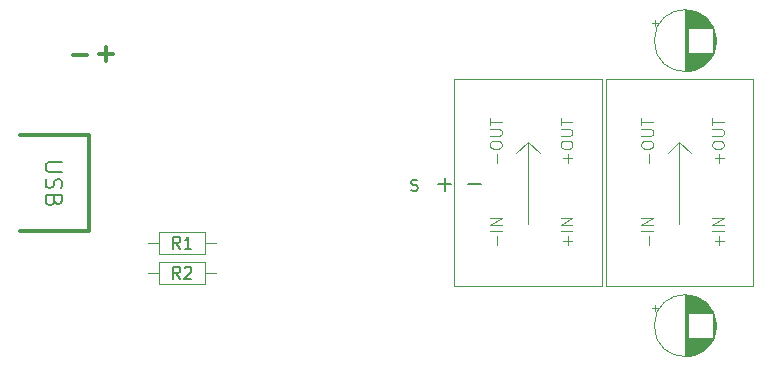
<source format=gbr>
%TF.GenerationSoftware,KiCad,Pcbnew,9.0.1-9.0.1-0~ubuntu22.04.1*%
%TF.CreationDate,2025-05-27T19:15:10+02:00*%
%TF.ProjectId,kame32-pcb,6b616d65-3332-42d7-9063-622e6b696361,rev?*%
%TF.SameCoordinates,Original*%
%TF.FileFunction,Legend,Top*%
%TF.FilePolarity,Positive*%
%FSLAX46Y46*%
G04 Gerber Fmt 4.6, Leading zero omitted, Abs format (unit mm)*
G04 Created by KiCad (PCBNEW 9.0.1-9.0.1-0~ubuntu22.04.1) date 2025-05-27 19:15:10*
%MOMM*%
%LPD*%
G01*
G04 APERTURE LIST*
%ADD10C,0.300000*%
%ADD11C,0.200000*%
%ADD12C,0.100000*%
%ADD13C,0.150000*%
%ADD14C,0.120000*%
G04 APERTURE END LIST*
D10*
X155956000Y-49784000D02*
X155956000Y-41656000D01*
X155956000Y-49784000D02*
X150114000Y-49784000D01*
X155956000Y-41656000D02*
X150114000Y-41656000D01*
D11*
X183215000Y-46290600D02*
X183348334Y-46357266D01*
X183348334Y-46357266D02*
X183615000Y-46357266D01*
X183615000Y-46357266D02*
X183748334Y-46290600D01*
X183748334Y-46290600D02*
X183815000Y-46157266D01*
X183815000Y-46157266D02*
X183815000Y-46090600D01*
X183815000Y-46090600D02*
X183748334Y-45957266D01*
X183748334Y-45957266D02*
X183615000Y-45890600D01*
X183615000Y-45890600D02*
X183415000Y-45890600D01*
X183415000Y-45890600D02*
X183281667Y-45823933D01*
X183281667Y-45823933D02*
X183215000Y-45690600D01*
X183215000Y-45690600D02*
X183215000Y-45623933D01*
X183215000Y-45623933D02*
X183281667Y-45490600D01*
X183281667Y-45490600D02*
X183415000Y-45423933D01*
X183415000Y-45423933D02*
X183615000Y-45423933D01*
X183615000Y-45423933D02*
X183748334Y-45490600D01*
X185521667Y-45823933D02*
X186588334Y-45823933D01*
X186055000Y-46357266D02*
X186055000Y-45290600D01*
X153670733Y-43953333D02*
X152537400Y-43953333D01*
X152537400Y-43953333D02*
X152404066Y-44020000D01*
X152404066Y-44020000D02*
X152337400Y-44086666D01*
X152337400Y-44086666D02*
X152270733Y-44220000D01*
X152270733Y-44220000D02*
X152270733Y-44486666D01*
X152270733Y-44486666D02*
X152337400Y-44620000D01*
X152337400Y-44620000D02*
X152404066Y-44686666D01*
X152404066Y-44686666D02*
X152537400Y-44753333D01*
X152537400Y-44753333D02*
X153670733Y-44753333D01*
X152337400Y-45353333D02*
X152270733Y-45553333D01*
X152270733Y-45553333D02*
X152270733Y-45886667D01*
X152270733Y-45886667D02*
X152337400Y-46020000D01*
X152337400Y-46020000D02*
X152404066Y-46086667D01*
X152404066Y-46086667D02*
X152537400Y-46153333D01*
X152537400Y-46153333D02*
X152670733Y-46153333D01*
X152670733Y-46153333D02*
X152804066Y-46086667D01*
X152804066Y-46086667D02*
X152870733Y-46020000D01*
X152870733Y-46020000D02*
X152937400Y-45886667D01*
X152937400Y-45886667D02*
X153004066Y-45620000D01*
X153004066Y-45620000D02*
X153070733Y-45486667D01*
X153070733Y-45486667D02*
X153137400Y-45420000D01*
X153137400Y-45420000D02*
X153270733Y-45353333D01*
X153270733Y-45353333D02*
X153404066Y-45353333D01*
X153404066Y-45353333D02*
X153537400Y-45420000D01*
X153537400Y-45420000D02*
X153604066Y-45486667D01*
X153604066Y-45486667D02*
X153670733Y-45620000D01*
X153670733Y-45620000D02*
X153670733Y-45953333D01*
X153670733Y-45953333D02*
X153604066Y-46153333D01*
X153004066Y-47220000D02*
X152937400Y-47420000D01*
X152937400Y-47420000D02*
X152870733Y-47486666D01*
X152870733Y-47486666D02*
X152737400Y-47553333D01*
X152737400Y-47553333D02*
X152537400Y-47553333D01*
X152537400Y-47553333D02*
X152404066Y-47486666D01*
X152404066Y-47486666D02*
X152337400Y-47420000D01*
X152337400Y-47420000D02*
X152270733Y-47286666D01*
X152270733Y-47286666D02*
X152270733Y-46753333D01*
X152270733Y-46753333D02*
X153670733Y-46753333D01*
X153670733Y-46753333D02*
X153670733Y-47220000D01*
X153670733Y-47220000D02*
X153604066Y-47353333D01*
X153604066Y-47353333D02*
X153537400Y-47420000D01*
X153537400Y-47420000D02*
X153404066Y-47486666D01*
X153404066Y-47486666D02*
X153270733Y-47486666D01*
X153270733Y-47486666D02*
X153137400Y-47420000D01*
X153137400Y-47420000D02*
X153070733Y-47353333D01*
X153070733Y-47353333D02*
X153004066Y-47220000D01*
X153004066Y-47220000D02*
X153004066Y-46753333D01*
D10*
X157373100Y-34226571D02*
X157373100Y-35369429D01*
X156801671Y-34798000D02*
X157944528Y-34798000D01*
X154622571Y-34904900D02*
X155765429Y-34904900D01*
D11*
X188061667Y-45823933D02*
X189128334Y-45823933D01*
D12*
X196497066Y-43999315D02*
X196497066Y-43237411D01*
X196878019Y-43618363D02*
X196116114Y-43618363D01*
X195878019Y-42570744D02*
X195878019Y-42380268D01*
X195878019Y-42380268D02*
X195925638Y-42285030D01*
X195925638Y-42285030D02*
X196020876Y-42189792D01*
X196020876Y-42189792D02*
X196211352Y-42142173D01*
X196211352Y-42142173D02*
X196544685Y-42142173D01*
X196544685Y-42142173D02*
X196735161Y-42189792D01*
X196735161Y-42189792D02*
X196830400Y-42285030D01*
X196830400Y-42285030D02*
X196878019Y-42380268D01*
X196878019Y-42380268D02*
X196878019Y-42570744D01*
X196878019Y-42570744D02*
X196830400Y-42665982D01*
X196830400Y-42665982D02*
X196735161Y-42761220D01*
X196735161Y-42761220D02*
X196544685Y-42808839D01*
X196544685Y-42808839D02*
X196211352Y-42808839D01*
X196211352Y-42808839D02*
X196020876Y-42761220D01*
X196020876Y-42761220D02*
X195925638Y-42665982D01*
X195925638Y-42665982D02*
X195878019Y-42570744D01*
X195878019Y-41713601D02*
X196687542Y-41713601D01*
X196687542Y-41713601D02*
X196782780Y-41665982D01*
X196782780Y-41665982D02*
X196830400Y-41618363D01*
X196830400Y-41618363D02*
X196878019Y-41523125D01*
X196878019Y-41523125D02*
X196878019Y-41332649D01*
X196878019Y-41332649D02*
X196830400Y-41237411D01*
X196830400Y-41237411D02*
X196782780Y-41189792D01*
X196782780Y-41189792D02*
X196687542Y-41142173D01*
X196687542Y-41142173D02*
X195878019Y-41142173D01*
X195878019Y-40808839D02*
X195878019Y-40237411D01*
X196878019Y-40523125D02*
X195878019Y-40523125D01*
X190497066Y-43999315D02*
X190497066Y-43237411D01*
X189878019Y-42570744D02*
X189878019Y-42380268D01*
X189878019Y-42380268D02*
X189925638Y-42285030D01*
X189925638Y-42285030D02*
X190020876Y-42189792D01*
X190020876Y-42189792D02*
X190211352Y-42142173D01*
X190211352Y-42142173D02*
X190544685Y-42142173D01*
X190544685Y-42142173D02*
X190735161Y-42189792D01*
X190735161Y-42189792D02*
X190830400Y-42285030D01*
X190830400Y-42285030D02*
X190878019Y-42380268D01*
X190878019Y-42380268D02*
X190878019Y-42570744D01*
X190878019Y-42570744D02*
X190830400Y-42665982D01*
X190830400Y-42665982D02*
X190735161Y-42761220D01*
X190735161Y-42761220D02*
X190544685Y-42808839D01*
X190544685Y-42808839D02*
X190211352Y-42808839D01*
X190211352Y-42808839D02*
X190020876Y-42761220D01*
X190020876Y-42761220D02*
X189925638Y-42665982D01*
X189925638Y-42665982D02*
X189878019Y-42570744D01*
X189878019Y-41713601D02*
X190687542Y-41713601D01*
X190687542Y-41713601D02*
X190782780Y-41665982D01*
X190782780Y-41665982D02*
X190830400Y-41618363D01*
X190830400Y-41618363D02*
X190878019Y-41523125D01*
X190878019Y-41523125D02*
X190878019Y-41332649D01*
X190878019Y-41332649D02*
X190830400Y-41237411D01*
X190830400Y-41237411D02*
X190782780Y-41189792D01*
X190782780Y-41189792D02*
X190687542Y-41142173D01*
X190687542Y-41142173D02*
X189878019Y-41142173D01*
X189878019Y-40808839D02*
X189878019Y-40237411D01*
X190878019Y-40523125D02*
X189878019Y-40523125D01*
X196497066Y-50999315D02*
X196497066Y-50237411D01*
X196878019Y-50618363D02*
X196116114Y-50618363D01*
X196878019Y-49761220D02*
X195878019Y-49761220D01*
X196878019Y-49285030D02*
X195878019Y-49285030D01*
X195878019Y-49285030D02*
X196878019Y-48713602D01*
X196878019Y-48713602D02*
X195878019Y-48713602D01*
X190497066Y-50999315D02*
X190497066Y-50237411D01*
X190878019Y-49761220D02*
X189878019Y-49761220D01*
X190878019Y-49285030D02*
X189878019Y-49285030D01*
X189878019Y-49285030D02*
X190878019Y-48713602D01*
X190878019Y-48713602D02*
X189878019Y-48713602D01*
D13*
X163663333Y-53794819D02*
X163330000Y-53318628D01*
X163091905Y-53794819D02*
X163091905Y-52794819D01*
X163091905Y-52794819D02*
X163472857Y-52794819D01*
X163472857Y-52794819D02*
X163568095Y-52842438D01*
X163568095Y-52842438D02*
X163615714Y-52890057D01*
X163615714Y-52890057D02*
X163663333Y-52985295D01*
X163663333Y-52985295D02*
X163663333Y-53128152D01*
X163663333Y-53128152D02*
X163615714Y-53223390D01*
X163615714Y-53223390D02*
X163568095Y-53271009D01*
X163568095Y-53271009D02*
X163472857Y-53318628D01*
X163472857Y-53318628D02*
X163091905Y-53318628D01*
X164044286Y-52890057D02*
X164091905Y-52842438D01*
X164091905Y-52842438D02*
X164187143Y-52794819D01*
X164187143Y-52794819D02*
X164425238Y-52794819D01*
X164425238Y-52794819D02*
X164520476Y-52842438D01*
X164520476Y-52842438D02*
X164568095Y-52890057D01*
X164568095Y-52890057D02*
X164615714Y-52985295D01*
X164615714Y-52985295D02*
X164615714Y-53080533D01*
X164615714Y-53080533D02*
X164568095Y-53223390D01*
X164568095Y-53223390D02*
X163996667Y-53794819D01*
X163996667Y-53794819D02*
X164615714Y-53794819D01*
X163663333Y-51254819D02*
X163330000Y-50778628D01*
X163091905Y-51254819D02*
X163091905Y-50254819D01*
X163091905Y-50254819D02*
X163472857Y-50254819D01*
X163472857Y-50254819D02*
X163568095Y-50302438D01*
X163568095Y-50302438D02*
X163615714Y-50350057D01*
X163615714Y-50350057D02*
X163663333Y-50445295D01*
X163663333Y-50445295D02*
X163663333Y-50588152D01*
X163663333Y-50588152D02*
X163615714Y-50683390D01*
X163615714Y-50683390D02*
X163568095Y-50731009D01*
X163568095Y-50731009D02*
X163472857Y-50778628D01*
X163472857Y-50778628D02*
X163091905Y-50778628D01*
X164615714Y-51254819D02*
X164044286Y-51254819D01*
X164330000Y-51254819D02*
X164330000Y-50254819D01*
X164330000Y-50254819D02*
X164234762Y-50397676D01*
X164234762Y-50397676D02*
X164139524Y-50492914D01*
X164139524Y-50492914D02*
X164044286Y-50540533D01*
D12*
X203319866Y-50999315D02*
X203319866Y-50237411D01*
X203700819Y-49761220D02*
X202700819Y-49761220D01*
X203700819Y-49285030D02*
X202700819Y-49285030D01*
X202700819Y-49285030D02*
X203700819Y-48713602D01*
X203700819Y-48713602D02*
X202700819Y-48713602D01*
X209319866Y-50999315D02*
X209319866Y-50237411D01*
X209700819Y-50618363D02*
X208938914Y-50618363D01*
X209700819Y-49761220D02*
X208700819Y-49761220D01*
X209700819Y-49285030D02*
X208700819Y-49285030D01*
X208700819Y-49285030D02*
X209700819Y-48713602D01*
X209700819Y-48713602D02*
X208700819Y-48713602D01*
X203319866Y-43999315D02*
X203319866Y-43237411D01*
X202700819Y-42570744D02*
X202700819Y-42380268D01*
X202700819Y-42380268D02*
X202748438Y-42285030D01*
X202748438Y-42285030D02*
X202843676Y-42189792D01*
X202843676Y-42189792D02*
X203034152Y-42142173D01*
X203034152Y-42142173D02*
X203367485Y-42142173D01*
X203367485Y-42142173D02*
X203557961Y-42189792D01*
X203557961Y-42189792D02*
X203653200Y-42285030D01*
X203653200Y-42285030D02*
X203700819Y-42380268D01*
X203700819Y-42380268D02*
X203700819Y-42570744D01*
X203700819Y-42570744D02*
X203653200Y-42665982D01*
X203653200Y-42665982D02*
X203557961Y-42761220D01*
X203557961Y-42761220D02*
X203367485Y-42808839D01*
X203367485Y-42808839D02*
X203034152Y-42808839D01*
X203034152Y-42808839D02*
X202843676Y-42761220D01*
X202843676Y-42761220D02*
X202748438Y-42665982D01*
X202748438Y-42665982D02*
X202700819Y-42570744D01*
X202700819Y-41713601D02*
X203510342Y-41713601D01*
X203510342Y-41713601D02*
X203605580Y-41665982D01*
X203605580Y-41665982D02*
X203653200Y-41618363D01*
X203653200Y-41618363D02*
X203700819Y-41523125D01*
X203700819Y-41523125D02*
X203700819Y-41332649D01*
X203700819Y-41332649D02*
X203653200Y-41237411D01*
X203653200Y-41237411D02*
X203605580Y-41189792D01*
X203605580Y-41189792D02*
X203510342Y-41142173D01*
X203510342Y-41142173D02*
X202700819Y-41142173D01*
X202700819Y-40808839D02*
X202700819Y-40237411D01*
X203700819Y-40523125D02*
X202700819Y-40523125D01*
X209319866Y-43999315D02*
X209319866Y-43237411D01*
X209700819Y-43618363D02*
X208938914Y-43618363D01*
X208700819Y-42570744D02*
X208700819Y-42380268D01*
X208700819Y-42380268D02*
X208748438Y-42285030D01*
X208748438Y-42285030D02*
X208843676Y-42189792D01*
X208843676Y-42189792D02*
X209034152Y-42142173D01*
X209034152Y-42142173D02*
X209367485Y-42142173D01*
X209367485Y-42142173D02*
X209557961Y-42189792D01*
X209557961Y-42189792D02*
X209653200Y-42285030D01*
X209653200Y-42285030D02*
X209700819Y-42380268D01*
X209700819Y-42380268D02*
X209700819Y-42570744D01*
X209700819Y-42570744D02*
X209653200Y-42665982D01*
X209653200Y-42665982D02*
X209557961Y-42761220D01*
X209557961Y-42761220D02*
X209367485Y-42808839D01*
X209367485Y-42808839D02*
X209034152Y-42808839D01*
X209034152Y-42808839D02*
X208843676Y-42761220D01*
X208843676Y-42761220D02*
X208748438Y-42665982D01*
X208748438Y-42665982D02*
X208700819Y-42570744D01*
X208700819Y-41713601D02*
X209510342Y-41713601D01*
X209510342Y-41713601D02*
X209605580Y-41665982D01*
X209605580Y-41665982D02*
X209653200Y-41618363D01*
X209653200Y-41618363D02*
X209700819Y-41523125D01*
X209700819Y-41523125D02*
X209700819Y-41332649D01*
X209700819Y-41332649D02*
X209653200Y-41237411D01*
X209653200Y-41237411D02*
X209605580Y-41189792D01*
X209605580Y-41189792D02*
X209510342Y-41142173D01*
X209510342Y-41142173D02*
X208700819Y-41142173D01*
X208700819Y-40808839D02*
X208700819Y-40237411D01*
X209700819Y-40523125D02*
X208700819Y-40523125D01*
%TO.C,U1*%
X186855600Y-36903200D02*
X186855600Y-54403200D01*
X186855600Y-36903200D02*
X199355600Y-36903200D01*
X192105600Y-43203200D02*
X193105600Y-42203200D01*
X193105600Y-42203200D02*
X194105600Y-43203200D01*
X193105600Y-49203200D02*
X193105600Y-42203200D01*
X199355600Y-36903200D02*
X199355600Y-54403200D01*
X199355600Y-54403200D02*
X186855600Y-54403200D01*
D14*
%TO.C,R2*%
X160960000Y-53340000D02*
X161910000Y-53340000D01*
X161910000Y-52420000D02*
X161910000Y-54260000D01*
X161910000Y-54260000D02*
X165750000Y-54260000D01*
X165750000Y-52420000D02*
X161910000Y-52420000D01*
X165750000Y-54260000D02*
X165750000Y-52420000D01*
X166700000Y-53340000D02*
X165750000Y-53340000D01*
%TO.C,R1*%
X160959999Y-50800000D02*
X161910000Y-50800000D01*
X161910000Y-49880000D02*
X161910000Y-51720000D01*
X161910000Y-51720000D02*
X165750000Y-51720000D01*
X165750000Y-49880000D02*
X161910000Y-49880000D01*
X165750000Y-51720000D02*
X165750000Y-49880000D01*
X166700000Y-50800000D02*
X165750000Y-50800000D01*
%TO.C,C1*%
X203615112Y-32180000D02*
X204115112Y-32180000D01*
X203865112Y-31930000D02*
X203865112Y-32430000D01*
X206419887Y-31075000D02*
X206419887Y-36235000D01*
X206459887Y-31075000D02*
X206459887Y-36235000D01*
X206499887Y-31076000D02*
X206499887Y-36234000D01*
X206539887Y-31078000D02*
X206539887Y-36232000D01*
X206579887Y-31080000D02*
X206579887Y-36230000D01*
X206619887Y-31083000D02*
X206619887Y-36227000D01*
X206659887Y-31086000D02*
X206659887Y-32615000D01*
X206659887Y-34695000D02*
X206659887Y-36224000D01*
X206699887Y-31090000D02*
X206699887Y-32615000D01*
X206699887Y-34695000D02*
X206699887Y-36220000D01*
X206739887Y-31095000D02*
X206739887Y-32615000D01*
X206739887Y-34695000D02*
X206739887Y-36215000D01*
X206779887Y-31100000D02*
X206779887Y-32615000D01*
X206779887Y-34695000D02*
X206779887Y-36210000D01*
X206819887Y-31106000D02*
X206819887Y-32615000D01*
X206819887Y-34695000D02*
X206819887Y-36204000D01*
X206859887Y-31112000D02*
X206859887Y-32615000D01*
X206859887Y-34695000D02*
X206859887Y-36198000D01*
X206899887Y-31119000D02*
X206899887Y-32615000D01*
X206899887Y-34695000D02*
X206899887Y-36191000D01*
X206939887Y-31127000D02*
X206939887Y-32615000D01*
X206939887Y-34695000D02*
X206939887Y-36183000D01*
X206979887Y-31136000D02*
X206979887Y-32615000D01*
X206979887Y-34695000D02*
X206979887Y-36174000D01*
X207019887Y-31145000D02*
X207019887Y-32615000D01*
X207019887Y-34695000D02*
X207019887Y-36165000D01*
X207059887Y-31154000D02*
X207059887Y-32615000D01*
X207059887Y-34695000D02*
X207059887Y-36156000D01*
X207099887Y-31165000D02*
X207099887Y-32615000D01*
X207099887Y-34695000D02*
X207099887Y-36145000D01*
X207139887Y-31176000D02*
X207139887Y-32615000D01*
X207139887Y-34695000D02*
X207139887Y-36134000D01*
X207179887Y-31188000D02*
X207179887Y-32615000D01*
X207179887Y-34695000D02*
X207179887Y-36122000D01*
X207219887Y-31200000D02*
X207219887Y-32615000D01*
X207219887Y-34695000D02*
X207219887Y-36110000D01*
X207259887Y-31213000D02*
X207259887Y-32615000D01*
X207259887Y-34695000D02*
X207259887Y-36097000D01*
X207299887Y-31227000D02*
X207299887Y-32615000D01*
X207299887Y-34695000D02*
X207299887Y-36083000D01*
X207339887Y-31242000D02*
X207339887Y-32615000D01*
X207339887Y-34695000D02*
X207339887Y-36068000D01*
X207379887Y-31257000D02*
X207379887Y-32615000D01*
X207379887Y-34695000D02*
X207379887Y-36053000D01*
X207419887Y-31273000D02*
X207419887Y-32615000D01*
X207419887Y-34695000D02*
X207419887Y-36037000D01*
X207459887Y-31290000D02*
X207459887Y-32615000D01*
X207459887Y-34695000D02*
X207459887Y-36020000D01*
X207499887Y-31308000D02*
X207499887Y-32615000D01*
X207499887Y-34695000D02*
X207499887Y-36002000D01*
X207539887Y-31326000D02*
X207539887Y-32615000D01*
X207539887Y-34695000D02*
X207539887Y-35984000D01*
X207579887Y-31346000D02*
X207579887Y-32615000D01*
X207579887Y-34695000D02*
X207579887Y-35964000D01*
X207619887Y-31366000D02*
X207619887Y-32615000D01*
X207619887Y-34695000D02*
X207619887Y-35944000D01*
X207659887Y-31387000D02*
X207659887Y-32615000D01*
X207659887Y-34695000D02*
X207659887Y-35923000D01*
X207699887Y-31409000D02*
X207699887Y-32615000D01*
X207699887Y-34695000D02*
X207699887Y-35901000D01*
X207739887Y-31432000D02*
X207739887Y-32615000D01*
X207739887Y-34695000D02*
X207739887Y-35878000D01*
X207779887Y-31456000D02*
X207779887Y-32615000D01*
X207779887Y-34695000D02*
X207779887Y-35854000D01*
X207819887Y-31480000D02*
X207819887Y-32615000D01*
X207819887Y-34695000D02*
X207819887Y-35830000D01*
X207859887Y-31506000D02*
X207859887Y-32615000D01*
X207859887Y-34695000D02*
X207859887Y-35804000D01*
X207899887Y-31533000D02*
X207899887Y-32615000D01*
X207899887Y-34695000D02*
X207899887Y-35777000D01*
X207939887Y-31561000D02*
X207939887Y-32615000D01*
X207939887Y-34695000D02*
X207939887Y-35749000D01*
X207979887Y-31590000D02*
X207979887Y-32615000D01*
X207979887Y-34695000D02*
X207979887Y-35720000D01*
X208019887Y-31620000D02*
X208019887Y-32615000D01*
X208019887Y-34695000D02*
X208019887Y-35690000D01*
X208059887Y-31652000D02*
X208059887Y-32615000D01*
X208059887Y-34695000D02*
X208059887Y-35658000D01*
X208099887Y-31685000D02*
X208099887Y-32615000D01*
X208099887Y-34695000D02*
X208099887Y-35625000D01*
X208139887Y-31719000D02*
X208139887Y-32615000D01*
X208139887Y-34695000D02*
X208139887Y-35591000D01*
X208179887Y-31754000D02*
X208179887Y-32615000D01*
X208179887Y-34695000D02*
X208179887Y-35556000D01*
X208219887Y-31791000D02*
X208219887Y-32615000D01*
X208219887Y-34695000D02*
X208219887Y-35519000D01*
X208259887Y-31830000D02*
X208259887Y-32615000D01*
X208259887Y-34695000D02*
X208259887Y-35480000D01*
X208299887Y-31870000D02*
X208299887Y-32615000D01*
X208299887Y-34695000D02*
X208299887Y-35440000D01*
X208339887Y-31912000D02*
X208339887Y-32615000D01*
X208339887Y-34695000D02*
X208339887Y-35398000D01*
X208379887Y-31956000D02*
X208379887Y-32615000D01*
X208379887Y-34695000D02*
X208379887Y-35354000D01*
X208419887Y-32003000D02*
X208419887Y-32615000D01*
X208419887Y-34695000D02*
X208419887Y-35307000D01*
X208459887Y-32051000D02*
X208459887Y-32615000D01*
X208459887Y-34695000D02*
X208459887Y-35259000D01*
X208499887Y-32102000D02*
X208499887Y-32615000D01*
X208499887Y-34695000D02*
X208499887Y-35208000D01*
X208539887Y-32156000D02*
X208539887Y-32615000D01*
X208539887Y-34695000D02*
X208539887Y-35154000D01*
X208579887Y-32212000D02*
X208579887Y-32615000D01*
X208579887Y-34695000D02*
X208579887Y-35098000D01*
X208619887Y-32272000D02*
X208619887Y-32615000D01*
X208619887Y-34695000D02*
X208619887Y-35038000D01*
X208659887Y-32336000D02*
X208659887Y-32615000D01*
X208659887Y-34695000D02*
X208659887Y-34974000D01*
X208699887Y-32404000D02*
X208699887Y-32615000D01*
X208699887Y-34695000D02*
X208699887Y-34906000D01*
X208739887Y-32478000D02*
X208739887Y-34832000D01*
X208779887Y-32557000D02*
X208779887Y-34753000D01*
X208819887Y-32644000D02*
X208819887Y-34666000D01*
X208859887Y-32741000D02*
X208859887Y-34569000D01*
X208899887Y-32850000D02*
X208899887Y-34460000D01*
X208939887Y-32978000D02*
X208939887Y-34332000D01*
X208979887Y-33138000D02*
X208979887Y-34172000D01*
X209019887Y-33372000D02*
X209019887Y-33938000D01*
X209039887Y-33655000D02*
G75*
G02*
X203799887Y-33655000I-2620000J0D01*
G01*
X203799887Y-33655000D02*
G75*
G02*
X209039887Y-33655000I2620000J0D01*
G01*
%TO.C,C2*%
X203615113Y-56310000D02*
X204115113Y-56310000D01*
X203865113Y-56060000D02*
X203865113Y-56560000D01*
X206419888Y-55205000D02*
X206419888Y-60365000D01*
X206459888Y-55205000D02*
X206459888Y-60365000D01*
X206499888Y-55206000D02*
X206499888Y-60364000D01*
X206539888Y-55208000D02*
X206539888Y-60362000D01*
X206579888Y-55210000D02*
X206579888Y-60360000D01*
X206619888Y-55213000D02*
X206619888Y-60357000D01*
X206659888Y-55216000D02*
X206659888Y-56745000D01*
X206659888Y-58825000D02*
X206659888Y-60354000D01*
X206699888Y-55220000D02*
X206699888Y-56745000D01*
X206699888Y-58825000D02*
X206699888Y-60350000D01*
X206739888Y-55225000D02*
X206739888Y-56745000D01*
X206739888Y-58825000D02*
X206739888Y-60345000D01*
X206779888Y-55230000D02*
X206779888Y-56745000D01*
X206779888Y-58825000D02*
X206779888Y-60340000D01*
X206819888Y-55236000D02*
X206819888Y-56745000D01*
X206819888Y-58825000D02*
X206819888Y-60334000D01*
X206859888Y-55242000D02*
X206859888Y-56745000D01*
X206859888Y-58825000D02*
X206859888Y-60328000D01*
X206899888Y-55249000D02*
X206899888Y-56745000D01*
X206899888Y-58825000D02*
X206899888Y-60321000D01*
X206939888Y-55257000D02*
X206939888Y-56745000D01*
X206939888Y-58825000D02*
X206939888Y-60313000D01*
X206979888Y-55266000D02*
X206979888Y-56745000D01*
X206979888Y-58825000D02*
X206979888Y-60304000D01*
X207019888Y-55275000D02*
X207019888Y-56745000D01*
X207019888Y-58825000D02*
X207019888Y-60295000D01*
X207059888Y-55284000D02*
X207059888Y-56745000D01*
X207059888Y-58825000D02*
X207059888Y-60286000D01*
X207099888Y-55295000D02*
X207099888Y-56745000D01*
X207099888Y-58825000D02*
X207099888Y-60275000D01*
X207139888Y-55306000D02*
X207139888Y-56745000D01*
X207139888Y-58825000D02*
X207139888Y-60264000D01*
X207179888Y-55318000D02*
X207179888Y-56745000D01*
X207179888Y-58825000D02*
X207179888Y-60252000D01*
X207219888Y-55330000D02*
X207219888Y-56745000D01*
X207219888Y-58825000D02*
X207219888Y-60240000D01*
X207259888Y-55343000D02*
X207259888Y-56745000D01*
X207259888Y-58825000D02*
X207259888Y-60227000D01*
X207299888Y-55357000D02*
X207299888Y-56745000D01*
X207299888Y-58825000D02*
X207299888Y-60213000D01*
X207339888Y-55372000D02*
X207339888Y-56745000D01*
X207339888Y-58825000D02*
X207339888Y-60198000D01*
X207379888Y-55387000D02*
X207379888Y-56745000D01*
X207379888Y-58825000D02*
X207379888Y-60183000D01*
X207419888Y-55403000D02*
X207419888Y-56745000D01*
X207419888Y-58825000D02*
X207419888Y-60167000D01*
X207459888Y-55420000D02*
X207459888Y-56745000D01*
X207459888Y-58825000D02*
X207459888Y-60150000D01*
X207499888Y-55438000D02*
X207499888Y-56745000D01*
X207499888Y-58825000D02*
X207499888Y-60132000D01*
X207539888Y-55456000D02*
X207539888Y-56745000D01*
X207539888Y-58825000D02*
X207539888Y-60114000D01*
X207579888Y-55476000D02*
X207579888Y-56745000D01*
X207579888Y-58825000D02*
X207579888Y-60094000D01*
X207619888Y-55496000D02*
X207619888Y-56745000D01*
X207619888Y-58825000D02*
X207619888Y-60074000D01*
X207659888Y-55517000D02*
X207659888Y-56745000D01*
X207659888Y-58825000D02*
X207659888Y-60053000D01*
X207699888Y-55539000D02*
X207699888Y-56745000D01*
X207699888Y-58825000D02*
X207699888Y-60031000D01*
X207739888Y-55562000D02*
X207739888Y-56745000D01*
X207739888Y-58825000D02*
X207739888Y-60008000D01*
X207779888Y-55586000D02*
X207779888Y-56745000D01*
X207779888Y-58825000D02*
X207779888Y-59984000D01*
X207819888Y-55610000D02*
X207819888Y-56745000D01*
X207819888Y-58825000D02*
X207819888Y-59960000D01*
X207859888Y-55636000D02*
X207859888Y-56745000D01*
X207859888Y-58825000D02*
X207859888Y-59934000D01*
X207899888Y-55663000D02*
X207899888Y-56745000D01*
X207899888Y-58825000D02*
X207899888Y-59907000D01*
X207939888Y-55691000D02*
X207939888Y-56745000D01*
X207939888Y-58825000D02*
X207939888Y-59879000D01*
X207979888Y-55720000D02*
X207979888Y-56745000D01*
X207979888Y-58825000D02*
X207979888Y-59850000D01*
X208019888Y-55750000D02*
X208019888Y-56745000D01*
X208019888Y-58825000D02*
X208019888Y-59820000D01*
X208059888Y-55782000D02*
X208059888Y-56745000D01*
X208059888Y-58825000D02*
X208059888Y-59788000D01*
X208099888Y-55815000D02*
X208099888Y-56745000D01*
X208099888Y-58825000D02*
X208099888Y-59755000D01*
X208139888Y-55849000D02*
X208139888Y-56745000D01*
X208139888Y-58825000D02*
X208139888Y-59721000D01*
X208179888Y-55884000D02*
X208179888Y-56745000D01*
X208179888Y-58825000D02*
X208179888Y-59686000D01*
X208219888Y-55921000D02*
X208219888Y-56745000D01*
X208219888Y-58825000D02*
X208219888Y-59649000D01*
X208259888Y-55960000D02*
X208259888Y-56745000D01*
X208259888Y-58825000D02*
X208259888Y-59610000D01*
X208299888Y-56000000D02*
X208299888Y-56745000D01*
X208299888Y-58825000D02*
X208299888Y-59570000D01*
X208339888Y-56042000D02*
X208339888Y-56745000D01*
X208339888Y-58825000D02*
X208339888Y-59528000D01*
X208379888Y-56086000D02*
X208379888Y-56745000D01*
X208379888Y-58825000D02*
X208379888Y-59484000D01*
X208419888Y-56133000D02*
X208419888Y-56745000D01*
X208419888Y-58825000D02*
X208419888Y-59437000D01*
X208459888Y-56181000D02*
X208459888Y-56745000D01*
X208459888Y-58825000D02*
X208459888Y-59389000D01*
X208499888Y-56232000D02*
X208499888Y-56745000D01*
X208499888Y-58825000D02*
X208499888Y-59338000D01*
X208539888Y-56286000D02*
X208539888Y-56745000D01*
X208539888Y-58825000D02*
X208539888Y-59284000D01*
X208579888Y-56342000D02*
X208579888Y-56745000D01*
X208579888Y-58825000D02*
X208579888Y-59228000D01*
X208619888Y-56402000D02*
X208619888Y-56745000D01*
X208619888Y-58825000D02*
X208619888Y-59168000D01*
X208659888Y-56466000D02*
X208659888Y-56745000D01*
X208659888Y-58825000D02*
X208659888Y-59104000D01*
X208699888Y-56534000D02*
X208699888Y-56745000D01*
X208699888Y-58825000D02*
X208699888Y-59036000D01*
X208739888Y-56608000D02*
X208739888Y-58962000D01*
X208779888Y-56687000D02*
X208779888Y-58883000D01*
X208819888Y-56774000D02*
X208819888Y-58796000D01*
X208859888Y-56871000D02*
X208859888Y-58699000D01*
X208899888Y-56980000D02*
X208899888Y-58590000D01*
X208939888Y-57108000D02*
X208939888Y-58462000D01*
X208979888Y-57268000D02*
X208979888Y-58302000D01*
X209019888Y-57502000D02*
X209019888Y-58068000D01*
X209039888Y-57785000D02*
G75*
G02*
X203799888Y-57785000I-2620000J0D01*
G01*
X203799888Y-57785000D02*
G75*
G02*
X209039888Y-57785000I2620000J0D01*
G01*
D12*
%TO.C,U3*%
X212178400Y-54403200D02*
X199678400Y-54403200D01*
X212178400Y-36903200D02*
X212178400Y-54403200D01*
X205928400Y-49203200D02*
X205928400Y-42203200D01*
X205928400Y-42203200D02*
X206928400Y-43203200D01*
X204928400Y-43203200D02*
X205928400Y-42203200D01*
X199678400Y-36903200D02*
X212178400Y-36903200D01*
X199678400Y-36903200D02*
X199678400Y-54403200D01*
%TD*%
M02*

</source>
